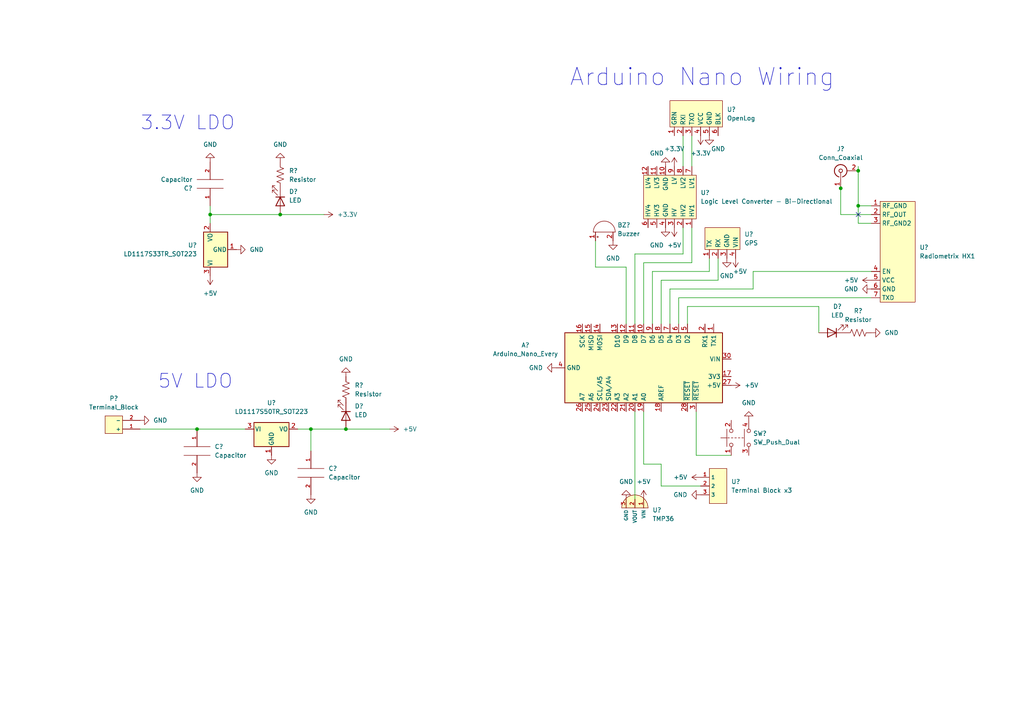
<source format=kicad_sch>
(kicad_sch (version 20211123) (generator eeschema)
  (paper "A4")
  (title_block (title "Trackuino-v2 Arduino Nano"))
  (lib_symbols
    (symbol "Connector:Conn_Coaxial" (pin_names (offset 1.016) hide)
      (property "Reference" "J" (at 0.254 3.048 0))
      (property "Value" "Conn_Coaxial" (at 2.921 0 90))
      (symbol "Conn_Coaxial_0_1"
        (arc (start -1.778 -0.508) (mid 0.2311 -1.8066) (end 1.778 0) (stroke (width 0.254)))
        (polyline (pts (xy -2.54 0) (xy -0.508 0)))
        (polyline (pts (xy 0 -2.54) (xy 0 -1.778)))
        (circle (center 0 0) (radius 0.508) (stroke (width 0.2032)))
        (arc (start 1.778 0) (mid 0.2099 1.8101) (end -1.778 0.508) (stroke (width 0.254)))
      )
      (symbol "Conn_Coaxial_1_1"
        (pin passive line (at -5.08 0 0) (length 2.54) (name "In") (number "1"))
        (pin passive line (at 0 -5.08 90) (length 2.54) (name "Ext") (number "2"))
      )
    )
    (symbol "Device:Buzzer" (pin_names (offset 0.0254) hide)
      (property "Reference" "BZ" (at 3.81 1.27 0))
      (property "Value" "Buzzer" (at 3.81 -1.27 0))
      (symbol "Buzzer_0_1"
        (arc (start 0 -3.175) (mid 3.175 0) (end 0 3.175))
        (polyline (pts (xy -1.651 1.905) (xy -1.143 1.905)))
        (polyline (pts (xy -1.397 2.159) (xy -1.397 1.651)))
        (polyline (pts (xy 0 3.175) (xy 0 -3.175)))
      )
      (symbol "Buzzer_1_1"
        (pin passive line (at -2.54 2.54 0) (length 2.54) (name "-") (number "1"))
        (pin passive line (at -2.54 -2.54 0) (length 2.54) (name "+") (number "2"))
      )
    )
    (symbol "MCU_Module:Arduino_Nano_Every"
      (property "Reference" "A" (at -10.16 23.495 0))
      (property "Value" "Arduino_Nano_Every" (at 5.08 -24.13 0))
      (symbol "Arduino_Nano_Every_0_1"
        (rectangle (start -10.16 22.86) (end 10.16 -22.86) (stroke (width 0.254)) (fill (type background)))
      )
      (symbol "Arduino_Nano_Every_1_1"
        (pin bidirectional line (at -12.7 20.32 0) (length 2.54) (name "TX1") (number "1"))
        (pin bidirectional line (at -12.7 0 0) (length 2.54) (name "D7") (number "10"))
        (pin bidirectional line (at -12.7 -2.54 0) (length 2.54) (name "D8") (number "11"))
        (pin bidirectional line (at -12.7 -5.08 0) (length 2.54) (name "D9") (number "12"))
        (pin bidirectional line (at -12.7 -7.62 0) (length 2.54) (name "D10") (number "13"))
        (pin bidirectional line (at -12.7 -12.7 0) (length 2.54) (name "MOSI") (number "14"))
        (pin bidirectional line (at -12.7 -15.24 0) (length 2.54) (name "MISO") (number "15"))
        (pin bidirectional line (at -12.7 -17.78 0) (length 2.54) (name "SCK") (number "16"))
        (pin power_out line (at 2.54 25.4 270) (length 2.54) (name "3V3") (number "17"))
        (pin input line (at 12.7 5.08 180) (length 2.54) (name "AREF") (number "18"))
        (pin bidirectional line (at 12.7 0 180) (length 2.54) (name "A0") (number "19"))
        (pin bidirectional line (at -12.7 17.78 0) (length 2.54) (name "RX1") (number "2"))
        (pin bidirectional line (at 12.7 -2.54 180) (length 2.54) (name "A1") (number "20"))
        (pin bidirectional line (at 12.7 -5.08 180) (length 2.54) (name "A2") (number "21"))
        (pin bidirectional line (at 12.7 -7.62 180) (length 2.54) (name "A3") (number "22"))
        (pin bidirectional line (at 12.7 -10.16 180) (length 2.54) (name "SDA/A4") (number "23"))
        (pin bidirectional line (at 12.7 -12.7 180) (length 2.54) (name "SCL/A5") (number "24"))
        (pin bidirectional line (at 12.7 -15.24 180) (length 2.54) (name "A6") (number "25"))
        (pin bidirectional line (at 12.7 -17.78 180) (length 2.54) (name "A7") (number "26"))
        (pin power_out line (at 5.08 25.4 270) (length 2.54) (name "+5V") (number "27"))
        (pin input line (at 12.7 12.7 180) (length 2.54) (name "~{RESET}") (number "28"))
        (pin passive line (at 0 -25.4 90) (length 2.54) hide (name "GND") (number "29"))
        (pin input line (at 12.7 15.24 180) (length 2.54) (name "~{RESET}") (number "3"))
        (pin power_in line (at -2.54 25.4 270) (length 2.54) (name "VIN") (number "30"))
        (pin power_in line (at 0 -25.4 90) (length 2.54) (name "GND") (number "4"))
        (pin bidirectional line (at -12.7 12.7 0) (length 2.54) (name "D2") (number "5"))
        (pin bidirectional line (at -12.7 10.16 0) (length 2.54) (name "D3") (number "6"))
        (pin bidirectional line (at -12.7 7.62 0) (length 2.54) (name "D4") (number "7"))
        (pin bidirectional line (at -12.7 5.08 0) (length 2.54) (name "D5") (number "8"))
        (pin bidirectional line (at -12.7 2.54 0) (length 2.54) (name "D6") (number "9"))
      )
    )
    (symbol "Regulator_Linear:LD1117S33TR_SOT223" (pin_names (offset 0.254))
      (property "Reference" "U" (at -3.81 3.175 0))
      (property "Value" "LD1117S33TR_SOT223" (at 0 3.175 0))
      (symbol "LD1117S33TR_SOT223_0_1"
        (rectangle (start -5.08 -5.08) (end 5.08 1.905) (stroke (width 0.254)) (fill (type background)))
      )
      (symbol "LD1117S33TR_SOT223_1_1"
        (pin power_in line (at 0 -7.62 90) (length 2.54) (name "GND") (number "1"))
        (pin power_out line (at 7.62 0 180) (length 2.54) (name "VO") (number "2"))
        (pin power_in line (at -7.62 0 0) (length 2.54) (name "VI") (number "3"))
      )
    )
    (symbol "Regulator_Linear:LD1117S50TR_SOT223" (pin_names (offset 0.254))
      (property "Reference" "U" (at -3.81 3.175 0))
      (property "Value" "LD1117S50TR_SOT223" (at 0 3.175 0))
      (symbol "LD1117S50TR_SOT223_0_1"
        (rectangle (start -5.08 -5.08) (end 5.08 1.905) (stroke (width 0.254)) (fill (type background)))
      )
      (symbol "LD1117S50TR_SOT223_1_1"
        (pin power_in line (at 0 -7.62 90) (length 2.54) (name "GND") (number "1"))
        (pin power_out line (at 7.62 0 180) (length 2.54) (name "VO") (number "2"))
        (pin power_in line (at -7.62 0 0) (length 2.54) (name "VI") (number "3"))
      )
    )
    (symbol "Switch:SW_Push_Dual" (pin_names (offset 1.016) hide)
      (property "Reference" "SW" (at 1.27 2.54 0))
      (property "Value" "SW_Push_Dual" (at 0 -6.858 0))
      (symbol "SW_Push_Dual_0_1"
        (circle (center -2.032 -5.08) (radius 0.508))
        (circle (center -2.032 0) (radius 0.508))
        (polyline (pts (xy 0 -3.048) (xy 0 -3.556)))
        (polyline (pts (xy 0 -2.032) (xy 0 -2.54)))
        (polyline (pts (xy 0 -1.524) (xy 0 -1.016)))
        (polyline (pts (xy 0 -0.508) (xy 0 0)))
        (polyline (pts (xy 0 0.508) (xy 0 1.016)))
        (polyline (pts (xy 0 1.27) (xy 0 3.048)))
        (polyline (pts (xy 2.54 -3.81) (xy -2.54 -3.81)))
        (polyline (pts (xy 2.54 1.27) (xy -2.54 1.27)))
        (circle (center 2.032 -5.08) (radius 0.508))
        (circle (center 2.032 0) (radius 0.508))
        (pin passive line (at -5.08 0 0) (length 2.54) (name "1") (number "1"))
        (pin passive line (at 5.08 0 180) (length 2.54) (name "2") (number "2"))
        (pin passive line (at -5.08 -5.08 0) (length 2.54) (name "3") (number "3"))
        (pin passive line (at 5.08 -5.08 180) (length 2.54) (name "4") (number "4"))
      )
    )
    (symbol "Trackuino:Capacitor" (pin_names (offset 0.254))
      (property "Reference" "C?" (at 5.08 1.2701 0))
      (property "Value" "Capacitor" (at 5.08 -1.2699 0))
      (symbol "Capacitor_0_1"
        (polyline (pts (xy -3.81 -1.27) (xy 3.81 -1.27)))
        (polyline (pts (xy -3.81 1.27) (xy 3.81 1.27)))
      )
      (symbol "Capacitor_1_1"
        (pin power_in line (at 0 6.35 270) (length 5.08) (name "~") (number "1"))
        (pin power_out line (at 0 -6.35 90) (length 5.08) (name "~") (number "2"))
      )
    )
    (symbol "Trackuino:GPS"
      (property "Reference" "U" (at 0 10.16 0))
      (property "Value" "GPS" (at 0 6.35 0))
      (symbol "GPS_0_1"
        (rectangle (start -5.08 3.81) (end 5.08 -2.54) (fill (type background)))
      )
      (symbol "GPS_1_1"
        (pin output line (at -3.81 -5.08 90) (length 2.54) (name "TX") (number "1"))
        (pin input line (at -1.27 -5.08 90) (length 2.54) (name "RX") (number "2"))
        (pin power_in line (at 1.27 -5.08 90) (length 2.54) (name "GND") (number "3"))
        (pin power_in line (at 3.81 -5.08 90) (length 2.54) (name "VIN") (number "4"))
      )
    )
    (symbol "Trackuino:LED" (pin_numbers hide) (pin_names (offset 1.016) hide)
      (property "Reference" "D?" (at -1.5875 6.35 0))
      (property "Value" "LED" (at -1.5875 3.81 0))
      (symbol "LED_0_1"
        (polyline (pts (xy -1.27 -1.27) (xy -1.27 1.27)) (stroke (width 0.254)))
        (polyline (pts (xy -1.27 0) (xy 1.27 0)))
        (polyline (pts (xy 1.27 -1.27) (xy 1.27 1.27) (xy -1.27 0) (xy 1.27 -1.27)) (stroke (width 0.254)))
        (polyline (pts (xy -3.048 -0.762) (xy -4.572 -2.286) (xy -3.81 -2.286) (xy -4.572 -2.286) (xy -4.572 -1.524)))
        (polyline (pts (xy -1.778 -0.762) (xy -3.302 -2.286) (xy -2.54 -2.286) (xy -3.302 -2.286) (xy -3.302 -1.524)))
      )
      (symbol "LED_1_1"
        (pin passive line (at -3.81 0 0) (length 2.54) (name "K") (number "1"))
        (pin passive line (at 3.81 0 180) (length 2.54) (name "A") (number "2"))
      )
    )
    (symbol "Trackuino:Logic Level Converter - Bi-Directional"
      (property "Reference" "U" (at 0 15.24 0))
      (property "Value" "Logic Level Converter - Bi-Directional" (at 0 12.7 0))
      (symbol "Logic Level Converter - Bi-Directional_0_1"
        (rectangle (start -6.35 10.16) (end 6.35 -5.08) (fill (type background)))
      )
      (symbol "Logic Level Converter - Bi-Directional_1_1"
        (pin bidirectional line (at -8.89 -3.81 0) (length 2.54) (name "HV1") (number "1"))
        (pin power_in line (at 8.89 3.81 180) (length 2.54) (name "GND") (number "10"))
        (pin bidirectional line (at 8.89 6.35 180) (length 2.54) (name "LV3") (number "11"))
        (pin bidirectional line (at 8.89 8.89 180) (length 2.54) (name "LV4") (number "12"))
        (pin bidirectional line (at -8.89 -1.27 0) (length 2.54) (name "HV2") (number "2"))
        (pin power_in line (at -8.89 1.27 0) (length 2.54) (name "HV") (number "3"))
        (pin power_in line (at -8.89 3.81 0) (length 2.54) (name "GND") (number "4"))
        (pin bidirectional line (at -8.89 6.35 0) (length 2.54) (name "HV3") (number "5"))
        (pin bidirectional line (at -8.89 8.89 0) (length 2.54) (name "HV4") (number "6"))
        (pin bidirectional line (at 8.89 -3.81 180) (length 2.54) (name "LV1") (number "7"))
        (pin bidirectional line (at 8.89 -1.27 180) (length 2.54) (name "LV2") (number "8"))
        (pin power_in line (at 8.89 1.27 180) (length 2.54) (name "LV") (number "9"))
      )
    )
    (symbol "Trackuino:OpenLog"
      (property "Reference" "U" (at 0 6.35 0))
      (property "Value" "OpenLog" (at 0 5.08 0))
      (symbol "OpenLog_0_1"
        (rectangle (start -7.62 3.81) (end 7.62 -3.81) (fill (type background)))
      )
      (symbol "OpenLog_1_1"
        (pin input line (at -6.35 -6.35 90) (length 2.54) (name "GRN") (number "1"))
        (pin input line (at -3.81 -6.35 90) (length 2.54) (name "RXI") (number "2"))
        (pin output line (at -1.27 -6.35 90) (length 2.54) (name "TXO") (number "3"))
        (pin power_in line (at 1.27 -6.35 90) (length 2.54) (name "VCC") (number "4"))
        (pin power_in line (at 3.81 -6.35 90) (length 2.54) (name "GND") (number "5"))
        (pin power_in line (at 6.35 -6.35 90) (length 2.54) (name "BLK") (number "6"))
      )
    )
    (symbol "Trackuino:Radiometrix HX1"
      (property "Reference" "U" (at 0 15.24 0))
      (property "Value" "Radiometrix HX1" (at 0 11.43 0))
      (symbol "Radiometrix HX1_0_1"
        (rectangle (start -13.97 7.62) (end 15.24 -2.54) (fill (type background)))
      )
      (symbol "Radiometrix HX1_1_1"
        (pin power_out line (at -12.7 -5.08 90) (length 2.54) (name "RF_GND") (number "1"))
        (pin power_out line (at -10.16 -5.08 90) (length 2.54) (name "RF_OUT") (number "2"))
        (pin power_out line (at -7.62 -5.08 90) (length 2.54) (name "RF_GND2") (number "3"))
        (pin input line (at 6.35 -5.08 90) (length 2.54) (name "EN") (number "4"))
        (pin power_in line (at 8.89 -5.08 90) (length 2.54) (name "VCC") (number "5"))
        (pin power_in line (at 11.43 -5.08 90) (length 2.54) (name "GND") (number "6"))
        (pin input line (at 13.97 -5.08 90) (length 2.54) (name "TXD") (number "7"))
      )
    )
    (symbol "Trackuino:Resistor" (pin_numbers hide) (pin_names (offset 0))
      (property "Reference" "R?" (at 2.54 1.2701 0))
      (property "Value" "Resistor" (at 2.54 -1.2699 0))
      (symbol "Resistor_0_1"
        (polyline (pts (xy 0 -2.286) (xy 0 -2.54)))
        (polyline (pts (xy 0 2.286) (xy 0 2.54)))
        (polyline (pts (xy 0 -0.762) (xy 1.016 -1.143) (xy 0 -1.524) (xy -1.016 -1.905) (xy 0 -2.286)))
        (polyline (pts (xy 0 0.762) (xy 1.016 0.381) (xy 0 0) (xy -1.016 -0.381) (xy 0 -0.762)))
        (polyline (pts (xy 0 2.286) (xy 1.016 1.905) (xy 0 1.524) (xy -1.016 1.143) (xy 0 0.762)))
      )
      (symbol "Resistor_1_1"
        (pin passive line (at 0 3.81 270) (length 1.27) (name "~") (number "1"))
        (pin passive line (at 0 -3.81 90) (length 1.27) (name "~") (number "2"))
      )
    )
    (symbol "Trackuino:TMP36"
      (property "Reference" "U" (at 0 0 0))
      (property "Value" "TMP36" (at 0 2.54 0))
      (symbol "TMP36_0_1"
        (arc (start -3.81 -6.35) (mid 0 -10.1992) (end 3.81 -6.35) (fill (type background)))
        (rectangle (start 3.81 -6.35) (end -3.81 -6.35))
      )
      (symbol "TMP36_1_1"
        (pin power_in line (at -2.54 -8.89 90) (length 2.54) (name "VIN") (number "1"))
        (pin power_out line (at 0 -8.89 90) (length 2.54) (name "VOUT") (number "2"))
        (pin power_in line (at 2.54 -8.89 90) (length 2.54) (name "GND") (number "3"))
      )
    )
    (symbol "Trackuino:Terminal Block x3"
      (property "Reference" "U" (at 0 0 0))
      (property "Value" "Terminal Block x3" (at 0 2.54 0))
      (symbol "Terminal Block x3_0_1"
        (rectangle (start -5.08 -2.54) (end 5.08 -7.62) (fill (type background)))
      )
      (symbol "Terminal Block x3_1_1"
        (pin unspecified line (at -2.54 -10.16 90) (length 2.54) (name "1") (number "1"))
        (pin unspecified line (at 0 -10.16 90) (length 2.54) (name "2") (number "2"))
        (pin unspecified line (at 2.54 -10.16 90) (length 2.54) (name "3") (number "3"))
      )
    )
    (symbol "Trackuino:Terminal_Block"
      (property "Reference" "P" (at 0 0 0))
      (property "Value" "Terminal_Block" (at 0 2.54 0))
      (symbol "Terminal_Block_0_1"
        (rectangle (start -2.54 -1.27) (end 2.54 -6.35) (fill (type background)))
      )
      (symbol "Terminal_Block_1_1"
        (pin power_in line (at -1.27 -11.43 90) (length 5.08) (name "+") (number "1"))
        (pin power_in line (at 1.27 -11.43 90) (length 5.08) (name "-") (number "2"))
      )
    )
    (symbol "power:+3.3V" (power) (pin_names (offset 0))
      (property "Value" "+3.3V" (at 0 3.556 0))
      (symbol "+3.3V_0_1"
        (polyline (pts (xy -0.762 1.27) (xy 0 2.54)))
        (polyline (pts (xy 0 0) (xy 0 2.54)))
        (polyline (pts (xy 0 2.54) (xy 0.762 1.27)))
      )
      (symbol "+3.3V_1_1"
        (pin power_in line (at 0 0 90) (length 0) hide (name "+3.3V") (number "1"))
      )
    )
    (symbol "power:+5V" (power) (pin_names (offset 0))
      (property "Value" "+5V" (at 0 3.556 0))
      (symbol "+5V_0_1"
        (polyline (pts (xy -0.762 1.27) (xy 0 2.54)))
        (polyline (pts (xy 0 0) (xy 0 2.54)))
        (polyline (pts (xy 0 2.54) (xy 0.762 1.27)))
      )
      (symbol "+5V_1_1"
        (pin power_in line (at 0 0 90) (length 0) hide (name "+5V") (number "1"))
      )
    )
    (symbol "power:GND" (power) (pin_names (offset 0))
      (property "Value" "GND" (at 0 -3.81 0))
      (symbol "GND_0_1"
        (polyline (pts (xy 0 0) (xy 0 -1.27) (xy 1.27 -1.27) (xy 0 -2.54) (xy -1.27 -1.27) (xy 0 -1.27)))
      )
      (symbol "GND_1_1"
        (pin power_in line (at 0 0 270) (length 0) hide (name "GND") (number "1"))
      )
    )
  )
  (junction (at 57.15 124.46))
  (junction (at 60.96 62.23))
  (junction (at 248.92 49.53))
  (junction (at 90.17 124.46))
  (junction (at 81.28 62.23))
  (junction (at 100.33 124.46))
  (junction (at 248.92 59.69))
  (junction (at 243.84 54.61))
  (no_connect (at 248.92 62.23))
  (wire (pts (xy 60.96 62.23) (xy 81.28 62.23)))
  (wire (pts (xy 243.84 62.23) (xy 243.84 54.61)))
  (wire (pts (xy 199.39 88.9) (xy 199.39 93.98)))
  (wire (pts (xy 90.17 124.46) (xy 100.33 124.46)))
  (wire (pts (xy 248.92 59.69) (xy 252.73 59.69)))
  (wire (pts (xy 201.93 132.08) (xy 212.09 132.08)))
  (wire (pts (xy 200.66 39.37) (xy 200.66 48.26)))
  (wire (pts (xy 196.85 86.36) (xy 252.73 86.36)))
  (wire (pts (xy 189.23 78.74) (xy 189.23 93.98)))
  (wire (pts (xy 60.96 62.23) (xy 60.96 64.77)))
  (wire (pts (xy 198.12 66.04) (xy 198.12 73.66)))
  (wire (pts (xy 186.69 134.62) (xy 186.69 119.38)))
  (wire (pts (xy 172.72 77.47) (xy 181.61 77.47)))
  (wire (pts (xy 172.72 69.85) (xy 172.72 77.47)))
  (wire (pts (xy 248.92 48.26) (xy 248.92 49.53)))
  (wire (pts (xy 205.74 74.93) (xy 205.74 78.74)))
  (wire (pts (xy 237.49 88.9) (xy 199.39 88.9)))
  (wire (pts (xy 196.85 86.36) (xy 196.85 93.98)))
  (wire (pts (xy 90.17 124.46) (xy 90.17 130.81)))
  (wire (pts (xy 200.66 76.2) (xy 186.69 76.2)))
  (wire (pts (xy 184.15 119.38) (xy 184.15 144.78)))
  (wire (pts (xy 252.73 64.77) (xy 248.92 64.77)))
  (wire (pts (xy 184.15 73.66) (xy 184.15 93.98)))
  (wire (pts (xy 237.49 96.52) (xy 237.49 88.9)))
  (wire (pts (xy 57.15 124.46) (xy 71.12 124.46)))
  (wire (pts (xy 252.73 62.23) (xy 243.84 62.23)))
  (wire (pts (xy 198.12 39.37) (xy 198.12 48.26)))
  (wire (pts (xy 200.66 66.04) (xy 200.66 76.2)))
  (wire (pts (xy 191.77 134.62) (xy 186.69 134.62)))
  (wire (pts (xy 248.92 59.69) (xy 248.92 49.53)))
  (wire (pts (xy 198.12 73.66) (xy 184.15 73.66)))
  (wire (pts (xy 40.64 124.46) (xy 57.15 124.46)))
  (wire (pts (xy 218.44 78.74) (xy 218.44 83.82)))
  (wire (pts (xy 90.17 124.46) (xy 86.36 124.46)))
  (wire (pts (xy 252.73 78.74) (xy 218.44 78.74)))
  (wire (pts (xy 100.33 124.46) (xy 113.03 124.46)))
  (wire (pts (xy 81.28 62.23) (xy 93.98 62.23)))
  (wire (pts (xy 191.77 81.28) (xy 191.77 93.98)))
  (wire (pts (xy 191.77 140.97) (xy 191.77 134.62)))
  (wire (pts (xy 218.44 83.82) (xy 194.31 83.82)))
  (wire (pts (xy 248.92 64.77) (xy 248.92 59.69)))
  (wire (pts (xy 243.84 53.34) (xy 243.84 54.61)))
  (wire (pts (xy 208.28 81.28) (xy 208.28 74.93)))
  (wire (pts (xy 60.96 59.69) (xy 60.96 62.23)))
  (wire (pts (xy 186.69 76.2) (xy 186.69 93.98)))
  (wire (pts (xy 191.77 81.28) (xy 208.28 81.28)))
  (wire (pts (xy 194.31 83.82) (xy 194.31 93.98)))
  (wire (pts (xy 203.2 140.97) (xy 191.77 140.97)))
  (wire (pts (xy 201.93 119.38) (xy 201.93 132.08)))
  (wire (pts (xy 205.74 78.74) (xy 189.23 78.74)))
  (wire (pts (xy 181.61 77.47) (xy 181.61 93.98)))
  (text "5V LDO" (at 45.72 113.03 0) (effects (font (size 4 4)) (justify left bottom)))
  (text "3.3V LDO" (at 40.64 38.1 0) (effects (font (size 4 4)) (justify left bottom)))
  (text "Arduino Nano Wiring" (at 165.1 25.4 0) (effects (font (size 5 5)) (justify left bottom)))
  (symbol (lib_id "power:GND") (at 203.2 143.51 270) (unit 1)
    (property "Reference" "#PWR?" (effects hide))
    (property "Value" "GND" (at 199.39 143.5099 90) (effects (justify right)))
  )
  (symbol (lib_id "power:GND") (at 177.8 69.85 0) (unit 1)
    (property "Reference" "#PWR?" (effects hide))
    (property "Value" "GND" (at 177.8 74.93 0))
  )
  (symbol (lib_id "Trackuino:Capacitor") (at 57.15 130.81 0) (unit 1)
    (property "Reference" "C?" (at 62.23 129.5399 0) (effects (justify left)))
    (property "Value" "Capacitor" (at 62.23 132.0799 0) (effects (justify left)))
    (property "Footprint" "Trackuino:Capacitor" (effects hide))
  )
  (symbol (lib_id "MCU_Module:Arduino_Nano_Every") (at 186.69 106.68 270) (unit 1)
    (property "Reference" "A?" (at 152.4 100.1012 90))
    (property "Value" "Arduino_Nano_Every" (at 152.4 102.6412 90))
    (property "Footprint" "Module:Arduino_Nano" (effects hide))
    (property "Datasheet" "https://content.arduino.cc/assets/NANOEveryV3.0_sch.pdf" (effects hide))
  )
  (symbol (lib_id "power:+5V") (at 60.96 80.01 180) (unit 1)
    (property "Reference" "#PWR?" (effects hide))
    (property "Value" "+5V" (at 60.96 85.09 0))
  )
  (symbol (lib_id "Trackuino:Resistor") (at 100.33 113.03 0) (unit 1)
    (property "Reference" "R?" (at 102.87 111.7599 0) (effects (justify left)))
    (property "Value" "Resistor" (at 102.87 114.2999 0) (effects (justify left)))
    (property "Footprint" "Trackuino:Resistor" (effects hide))
  )
  (symbol (lib_id "power:+5V") (at 252.73 81.28 90) (unit 1)
    (property "Reference" "#PWR?" (effects hide))
    (property "Value" "+5V" (at 248.92 81.2799 90) (effects (justify left)))
  )
  (symbol (lib_id "power:+3.3V") (at 195.58 48.26 0) (unit 1)
    (property "Reference" "#PWR?" (effects hide))
    (property "Value" "+3.3V" (at 195.58 43.18 0))
  )
  (symbol (lib_id "Trackuino:Capacitor") (at 90.17 137.16 0) (unit 1)
    (property "Reference" "C?" (at 95.25 135.8899 0) (effects (justify left)))
    (property "Value" "Capacitor" (at 95.25 138.4299 0) (effects (justify left)))
    (property "Footprint" "Trackuino:Capacitor" (effects hide))
  )
  (symbol (lib_id "Connector:Conn_Coaxial") (at 243.84 49.53 90) (unit 1)
    (property "Reference" "J?" (at 243.84 43.18 90))
    (property "Value" "Conn_Coaxial" (at 243.84 45.72 90))
    (property "Footprint" "Trackuino:SMA Jack" (effects hide))
    (property "Datasheet" " ~" (effects hide))
  )
  (symbol (lib_id "power:+5V") (at 213.36 74.93 180) (unit 1)
    (property "Reference" "#PWR?" (effects hide))
    (property "Value" "+5V" (at 214.63 78.74 0))
  )
  (symbol (lib_id "power:+5V") (at 113.03 124.46 270) (unit 1)
    (property "Reference" "#PWR?" (effects hide))
    (property "Value" "+5V" (at 116.84 124.4599 90) (effects (justify left)))
  )
  (symbol (lib_id "power:GND") (at 161.29 106.68 270) (unit 1)
    (property "Reference" "#PWR?" (effects hide))
    (property "Value" "GND" (at 157.48 106.6799 90) (effects (justify right)))
  )
  (symbol (lib_id "power:GND") (at 78.74 132.08 0) (unit 1)
    (property "Reference" "#PWR?" (effects hide))
    (property "Value" "GND" (at 78.74 137.16 0))
  )
  (symbol (lib_id "power:GND") (at 68.58 72.39 90) (unit 1)
    (property "Reference" "#PWR?" (effects hide))
    (property "Value" "GND" (at 72.39 72.3899 90) (effects (justify right)))
  )
  (symbol (lib_id "Trackuino:Terminal Block x3") (at 213.36 140.97 270) (unit 1)
    (property "Reference" "U?" (at 212.09 139.6999 90) (effects (justify left)))
    (property "Value" "Terminal Block x3" (at 212.09 142.2399 90) (effects (justify left)))
    (property "Footprint" "Trackuino:Terminal Block x3" (effects hide))
  )
  (symbol (lib_id "power:GND") (at 181.61 144.78 180) (unit 1)
    (property "Reference" "#PWR?" (effects hide))
    (property "Value" "GND" (at 181.61 139.7 0))
  )
  (symbol (lib_id "power:GND") (at 217.17 121.92 180) (unit 1)
    (property "Reference" "#PWR?" (effects hide))
    (property "Value" "GND" (at 217.17 116.84 0))
  )
  (symbol (lib_id "Trackuino:LED") (at 81.28 58.42 270) (unit 1)
    (property "Reference" "D?" (at 83.82 55.5624 90) (effects (justify left)))
    (property "Value" "LED" (at 83.82 58.1024 90) (effects (justify left)))
    (property "Footprint" "Trackuino:LED" (effects hide))
  )
  (symbol (lib_id "power:GND") (at 252.73 96.52 90) (unit 1)
    (property "Reference" "#PWR?" (effects hide))
    (property "Value" "GND" (at 256.54 96.5199 90) (effects (justify right)))
  )
  (symbol (lib_id "power:GND") (at 193.04 66.04 0) (unit 1)
    (property "Reference" "#PWR?" (effects hide))
    (property "Value" "GND" (at 190.5 71.12 0))
  )
  (symbol (lib_id "Switch:SW_Push_Dual") (at 212.09 127 90) (unit 1)
    (property "Reference" "SW?" (at 218.44 125.7299 90) (effects (justify right)))
    (property "Value" "SW_Push_Dual" (at 218.44 128.2699 90) (effects (justify right)))
    (property "Footprint" "Trackuino:Button" (effects hide))
  )
  (symbol (lib_id "Device:Buzzer") (at 175.26 67.31 90) (unit 1)
    (property "Reference" "BZ?" (at 179.07 65.2779 90) (effects (justify right)))
    (property "Value" "Buzzer" (at 179.07 67.8179 90) (effects (justify right)))
    (property "Footprint" "Trackuino:Buzzer" (effects hide))
  )
  (symbol (lib_id "power:GND") (at 193.04 48.26 180) (unit 1)
    (property "Reference" "#PWR?" (effects hide))
    (property "Value" "GND" (at 190.5 44.45 0))
  )
  (symbol (lib_id "power:+3.3V") (at 203.2 39.37 180) (unit 1)
    (property "Reference" "#PWR?" (effects hide))
    (property "Value" "+3.3V" (at 203.2 44.45 0))
  )
  (symbol (lib_id "power:+5V") (at 195.58 66.04 180) (unit 1)
    (property "Reference" "#PWR?" (effects hide))
    (property "Value" "+5V" (at 195.58 71.12 0))
  )
  (symbol (lib_id "power:GND") (at 100.33 109.22 180) (unit 1)
    (property "Reference" "#PWR?" (effects hide))
    (property "Value" "GND" (at 100.33 104.14 0))
  )
  (symbol (lib_id "Trackuino:OpenLog") (at 201.93 33.02 0) (unit 1)
    (property "Reference" "U?" (at 210.82 31.7499 0) (effects (justify left)))
    (property "Value" "OpenLog" (at 210.82 34.2899 0) (effects (justify left)))
    (property "Footprint" "Trackuino:OpenLog" (effects hide))
    (property "Datasheet" "https://learn.sparkfun.com/tutorials/openlog-hookup-guide" (effects hide))
    (property "Manufacturer" "SparkFun" (effects hide))
  )
  (symbol (lib_id "Trackuino:LED") (at 100.33 120.65 270) (unit 1)
    (property "Reference" "D?" (at 102.87 117.7924 90) (effects (justify left)))
    (property "Value" "LED" (at 102.87 120.3324 90) (effects (justify left)))
    (property "Footprint" "Trackuino:LED" (effects hide))
  )
  (symbol (lib_id "power:GND") (at 90.17 143.51 0) (unit 1)
    (property "Reference" "#PWR?" (effects hide))
    (property "Value" "GND" (at 90.17 148.59 0))
  )
  (symbol (lib_id "Trackuino:Logic Level Converter - Bi-Directional") (at 196.85 57.15 90) (unit 1)
    (property "Reference" "U?" (at 203.2 55.8799 90) (effects (justify right)))
    (property "Value" "Logic Level Converter - Bi-Directional" (at 203.2 58.42 90) (effects (justify right)))
    (property "Footprint" "Trackuino:Logic Level Converter - Bi-Directional" (effects hide))
    (property "Datasheet" "https://learn.sparkfun.com/tutorials/bi-directional-logic-level-converter-hookup-guide" (effects hide))
    (property "Manufacturer" "SparkFun" (effects hide))
  )
  (symbol (lib_id "power:+5V") (at 203.2 138.43 90) (unit 1)
    (property "Reference" "#PWR?" (effects hide))
    (property "Value" "+5V" (at 199.39 138.4299 90) (effects (justify left)))
  )
  (symbol (lib_id "power:GND") (at 40.64 121.92 90) (unit 1)
    (property "Reference" "#PWR?" (effects hide))
    (property "Value" "GND" (at 44.45 121.9199 90) (effects (justify right)))
  )
  (symbol (lib_id "power:GND") (at 60.96 46.99 180) (unit 1)
    (property "Reference" "#PWR?" (effects hide))
    (property "Value" "GND" (at 60.96 41.91 0))
  )
  (symbol (lib_id "Trackuino:Terminal_Block") (at 29.21 123.19 90) (unit 1)
    (property "Reference" "P?" (at 33.02 115.57 90))
    (property "Value" "Terminal_Block" (at 33.02 118.11 90))
    (property "Footprint" "Trackuino:Terminal Block" (effects hide))
  )
  (symbol (lib_id "Trackuino:GPS") (at 209.55 69.85 0) (unit 1)
    (property "Reference" "U?" (at 215.9 67.9449 0) (effects (justify left)))
    (property "Value" "GPS" (at 215.9 70.4849 0) (effects (justify left)))
    (property "Footprint" "Trackuino:GPS" (effects hide))
  )
  (symbol (lib_id "Regulator_Linear:LD1117S50TR_SOT223") (at 78.74 124.46 0) (unit 1)
    (property "Reference" "U?" (at 78.74 116.84 0))
    (property "Value" "LD1117S50TR_SOT223" (at 78.74 119.38 0))
    (property "Footprint" "Package_TO_SOT_SMD:SOT-223-3_TabPin2" (effects hide))
    (property "Datasheet" "http://www.st.com/st-web-ui/static/active/en/resource/technical/document/datasheet/CD00000544.pdf" (effects hide))
  )
  (symbol (lib_id "Trackuino:Resistor") (at 248.92 96.52 270) (unit 1)
    (property "Reference" "R?" (at 248.92 90.17 90))
    (property "Value" "Resistor" (at 248.92 92.71 90))
    (property "Footprint" "Trackuino:Resistor" (effects hide))
  )
  (symbol (lib_id "power:GND") (at 205.74 39.37 0) (unit 1)
    (property "Reference" "#PWR?" (effects hide))
    (property "Value" "GND" (at 208.28 43.18 0))
  )
  (symbol (lib_id "power:+3.3V") (at 93.98 62.23 270) (unit 1)
    (property "Reference" "#PWR?" (effects hide))
    (property "Value" "+3.3V" (at 97.79 62.2299 90) (effects (justify left)))
  )
  (symbol (lib_id "Trackuino:LED") (at 241.3 96.52 180) (unit 1)
    (property "Reference" "D?" (at 242.8875 88.9 0))
    (property "Value" "LED" (at 242.8875 91.44 0))
    (property "Footprint" "Trackuino:LED" (effects hide))
  )
  (symbol (lib_id "Trackuino:Resistor") (at 81.28 50.8 0) (unit 1)
    (property "Reference" "R?" (at 83.82 49.5299 0) (effects (justify left)))
    (property "Value" "Resistor" (at 83.82 52.0699 0) (effects (justify left)))
    (property "Footprint" "Trackuino:Resistor" (effects hide))
  )
  (symbol (lib_id "power:GND") (at 210.82 74.93 0) (unit 1)
    (property "Reference" "#PWR?" (effects hide))
    (property "Value" "GND" (at 210.82 80.01 0))
  )
  (symbol (lib_id "Regulator_Linear:LD1117S33TR_SOT223") (at 60.96 72.39 90) (unit 1)
    (property "Reference" "U?" (at 57.15 71.1199 90) (effects (justify left)))
    (property "Value" "LD1117S33TR_SOT223" (at 57.15 73.6599 90) (effects (justify left)))
    (property "Footprint" "Package_TO_SOT_SMD:SOT-223-3_TabPin2" (effects hide))
    (property "Datasheet" "http://www.st.com/st-web-ui/static/active/en/resource/technical/document/datasheet/CD00000544.pdf" (effects hide))
  )
  (symbol (lib_id "Trackuino:Radiometrix HX1") (at 257.81 72.39 270) (unit 1)
    (property "Reference" "U?" (at 266.7 71.7549 90) (effects (justify left)))
    (property "Value" "Radiometrix HX1" (at 266.7 74.2949 90) (effects (justify left)))
    (property "Footprint" "Trackuino:Radiometrix HX1" (effects hide))
    (property "Datasheet" "https://cdn.sparkfun.com/assets/d/1/1/4/b/HX1_APRS.pdf" (effects hide))
    (property "Manufacturer" "Radiometrix" (effects hide))
  )
  (symbol (lib_id "power:+5V") (at 186.69 144.78 0) (unit 1)
    (property "Reference" "#PWR?" (effects hide))
    (property "Value" "+5V" (at 186.69 139.7 0))
  )
  (symbol (lib_id "Trackuino:Capacitor") (at 60.96 53.34 180) (unit 1)
    (property "Reference" "C?" (at 55.88 54.6101 0) (effects (justify left)))
    (property "Value" "Capacitor" (at 55.88 52.0701 0) (effects (justify left)))
    (property "Footprint" "Trackuino:Capacitor" (effects hide))
  )
  (symbol (lib_id "power:GND") (at 57.15 137.16 0) (unit 1)
    (property "Reference" "#PWR?" (effects hide))
    (property "Value" "GND" (at 57.15 142.24 0))
  )
  (symbol (lib_id "power:GND") (at 252.73 83.82 270) (unit 1)
    (property "Reference" "#PWR?" (effects hide))
    (property "Value" "GND" (at 248.92 83.8199 90) (effects (justify right)))
  )
  (symbol (lib_id "power:+5V") (at 212.09 111.76 270) (unit 1)
    (property "Reference" "#PWR?" (effects hide))
    (property "Value" "+5V" (at 215.9 111.7599 90) (effects (justify left)))
  )
  (symbol (lib_id "Trackuino:TMP36") (at 184.15 153.67 180) (unit 1)
    (property "Reference" "U?" (at 189.23 147.9355 0) (effects (justify right)))
    (property "Value" "TMP36" (at 189.23 150.4755 0) (effects (justify right)))
  )
  (symbol (lib_id "power:GND") (at 81.28 46.99 180) (unit 1)
    (property "Reference" "#PWR?" (effects hide))
    (property "Value" "GND" (at 81.28 41.91 0))
  )
)
</source>
